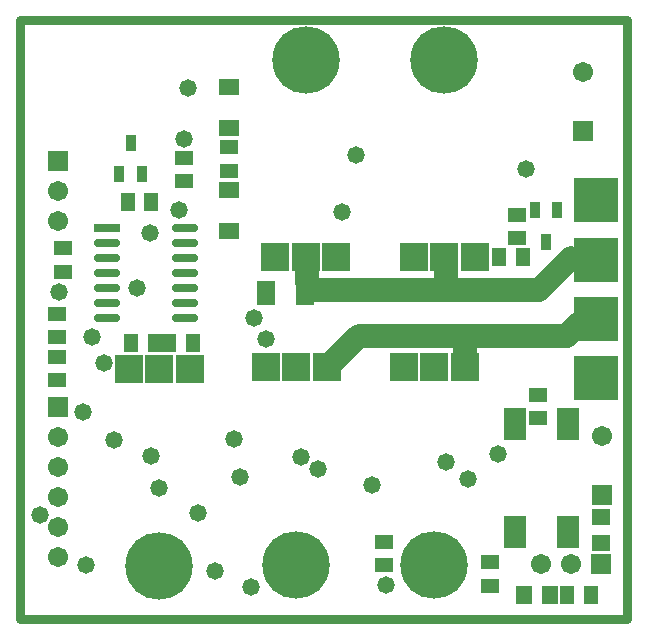
<source format=gts>
%FSLAX25Y25*%
%MOIN*%
G70*
G01*
G75*
G04 Layer_Color=8388736*
%ADD10R,0.03937X0.05118*%
%ADD11R,0.04724X0.05118*%
%ADD12R,0.05118X0.03937*%
%ADD13R,0.07000X0.10000*%
%ADD14R,0.05500X0.07600*%
%ADD15R,0.08000X0.02000*%
%ADD16O,0.08000X0.02000*%
%ADD17R,0.02559X0.04724*%
%ADD18R,0.06299X0.04921*%
%ADD19R,0.05118X0.04724*%
%ADD20C,0.07874*%
%ADD21C,0.02000*%
%ADD22C,0.06000*%
%ADD23C,0.01500*%
%ADD24C,0.04000*%
%ADD25C,0.03000*%
%ADD26C,0.01000*%
%ADD27C,0.05906*%
%ADD28R,0.05906X0.05906*%
%ADD29R,0.05906X0.05906*%
%ADD30R,0.08400X0.08400*%
%ADD31R,0.13780X0.13780*%
%ADD32C,0.21654*%
%ADD33C,0.05000*%
%ADD34R,0.02362X0.09449*%
%ADD35O,0.02362X0.09449*%
%ADD36R,0.04921X0.06299*%
%ADD37R,0.05118X0.10630*%
%ADD38O,0.02165X0.06496*%
%ADD39O,0.06496X0.02165*%
%ADD40C,0.00787*%
%ADD41C,0.00800*%
%ADD42R,0.04737X0.05918*%
%ADD43R,0.05524X0.05918*%
%ADD44R,0.05918X0.04737*%
%ADD45R,0.07800X0.10800*%
%ADD46R,0.06300X0.08400*%
%ADD47R,0.08800X0.02800*%
%ADD48O,0.08800X0.02800*%
%ADD49R,0.03359X0.05524*%
%ADD50R,0.07099X0.05721*%
%ADD51R,0.05918X0.05524*%
%ADD52C,0.06706*%
%ADD53R,0.06706X0.06706*%
%ADD54R,0.06706X0.06706*%
%ADD55R,0.09200X0.09200*%
%ADD56R,0.14579X0.14579*%
%ADD57C,0.22453*%
%ADD58C,0.05800*%
D20*
X171300Y417500D02*
X177342D01*
X142500D02*
X171300D01*
X177342D02*
X181102Y421260D01*
X108005Y417500D02*
X142500D01*
X97442Y406936D02*
X108005Y417500D01*
X143408Y406936D02*
Y416592D01*
X137000Y432670D02*
Y444300D01*
Y432670D02*
X168000D01*
X93500D02*
X137000D01*
X90839Y435331D02*
X93500Y432670D01*
X168000D02*
X178913Y443583D01*
X90839Y435331D02*
Y444383D01*
D25*
X-4900Y323000D02*
Y522900D01*
X197500D01*
Y323000D02*
Y522900D01*
X-4900Y323000D02*
X197500D01*
D42*
X185337Y331100D02*
D03*
X177463D02*
D03*
X32163Y415100D02*
D03*
X40037D02*
D03*
X52637D02*
D03*
X44763D02*
D03*
X31063Y462100D02*
D03*
X38937D02*
D03*
X154763Y443600D02*
D03*
X162637D02*
D03*
D43*
X163032Y331100D02*
D03*
X171694D02*
D03*
D44*
X116500Y348837D02*
D03*
Y340963D02*
D03*
X151900Y342037D02*
D03*
Y334163D02*
D03*
X167900Y389963D02*
D03*
Y397837D02*
D03*
X7300Y410537D02*
D03*
Y402663D02*
D03*
X7500Y416963D02*
D03*
Y424837D02*
D03*
X9300Y438763D02*
D03*
Y446637D02*
D03*
X64961Y480315D02*
D03*
Y472441D02*
D03*
X49800Y468963D02*
D03*
Y476837D02*
D03*
X160800Y449963D02*
D03*
Y457837D02*
D03*
D45*
X160243Y388000D02*
D03*
X177959D02*
D03*
Y352000D02*
D03*
X160243D02*
D03*
D46*
X77225Y431600D02*
D03*
X90175D02*
D03*
D47*
X24065Y453415D02*
D03*
D48*
Y448415D02*
D03*
Y443415D02*
D03*
Y438415D02*
D03*
Y433415D02*
D03*
Y428415D02*
D03*
Y423415D02*
D03*
X50065D02*
D03*
Y428415D02*
D03*
Y433415D02*
D03*
Y438415D02*
D03*
Y443415D02*
D03*
Y448415D02*
D03*
Y453415D02*
D03*
D49*
X35740Y471276D02*
D03*
X28260D02*
D03*
X32000Y481724D02*
D03*
X166760Y459324D02*
D03*
X174240D02*
D03*
X170500Y448876D02*
D03*
D50*
X64961Y452370D02*
D03*
Y465953D02*
D03*
Y486803D02*
D03*
Y500386D02*
D03*
D51*
X188800Y348332D02*
D03*
Y356994D02*
D03*
D52*
X182700Y505342D02*
D03*
X188976Y384058D02*
D03*
X178900Y341500D02*
D03*
X168900D02*
D03*
X7874Y383701D02*
D03*
Y373701D02*
D03*
Y363701D02*
D03*
Y353701D02*
D03*
Y343701D02*
D03*
X7874Y465900D02*
D03*
Y455900D02*
D03*
D53*
X182700Y485658D02*
D03*
X188976Y364373D02*
D03*
X7874Y393701D02*
D03*
X7874Y475900D02*
D03*
D54*
X188900Y341500D02*
D03*
D55*
X133208Y406936D02*
D03*
X123008D02*
D03*
X143408D02*
D03*
X87242D02*
D03*
X77042D02*
D03*
X97442D02*
D03*
X41500Y406500D02*
D03*
X31300D02*
D03*
X51700D02*
D03*
X90339Y443713D02*
D03*
X100539D02*
D03*
X80139D02*
D03*
X136500Y443630D02*
D03*
X146700D02*
D03*
X126300D02*
D03*
D56*
X187008Y403543D02*
D03*
Y462598D02*
D03*
Y442913D02*
D03*
Y423228D02*
D03*
D57*
X133208Y341144D02*
D03*
X87242D02*
D03*
X41500Y340708D02*
D03*
X90339Y509505D02*
D03*
X136500Y509422D02*
D03*
D58*
X107283Y477821D02*
D03*
X102362Y458661D02*
D03*
X38500Y451600D02*
D03*
X72100Y333900D02*
D03*
X54300Y358500D02*
D03*
X60000Y339100D02*
D03*
X137200Y375500D02*
D03*
X34200Y433300D02*
D03*
X51100Y500100D02*
D03*
X163700Y473000D02*
D03*
X38659Y377559D02*
D03*
X41600Y366700D02*
D03*
X49800Y483100D02*
D03*
X48200Y459300D02*
D03*
X26500Y382800D02*
D03*
X17000Y341000D02*
D03*
X117000Y334300D02*
D03*
X23000Y408400D02*
D03*
X8200Y432200D02*
D03*
X19000Y417000D02*
D03*
X77000Y416300D02*
D03*
X73000Y423300D02*
D03*
X154300Y378000D02*
D03*
X144600Y369700D02*
D03*
X88800Y377200D02*
D03*
X66500Y383000D02*
D03*
X94300Y373200D02*
D03*
X68300Y370300D02*
D03*
X112400Y367700D02*
D03*
X16100Y392100D02*
D03*
X1700Y357837D02*
D03*
M02*

</source>
